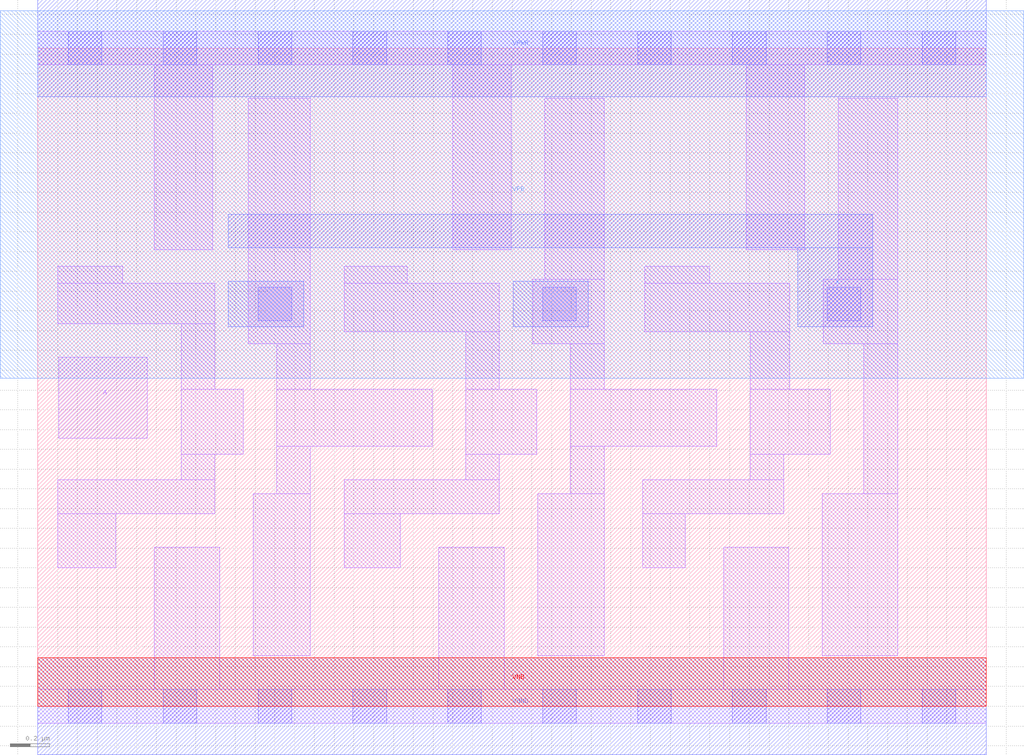
<source format=lef>
# Copyright 2020 The SkyWater PDK Authors
#
# Licensed under the Apache License, Version 2.0 (the "License");
# you may not use this file except in compliance with the License.
# You may obtain a copy of the License at
#
#     https://www.apache.org/licenses/LICENSE-2.0
#
# Unless required by applicable law or agreed to in writing, software
# distributed under the License is distributed on an "AS IS" BASIS,
# WITHOUT WARRANTIES OR CONDITIONS OF ANY KIND, either express or implied.
# See the License for the specific language governing permissions and
# limitations under the License.
#
# SPDX-License-Identifier: Apache-2.0

VERSION 5.7 ;
  NOWIREEXTENSIONATPIN ON ;
  DIVIDERCHAR "/" ;
  BUSBITCHARS "[]" ;
MACRO sky130_fd_sc_ls__dlymetal6s6s_1
  CLASS CORE ;
  FOREIGN sky130_fd_sc_ls__dlymetal6s6s_1 ;
  ORIGIN  0.000000  0.000000 ;
  SIZE  4.800000 BY  3.330000 ;
  SYMMETRY X Y ;
  SITE unit ;
  PIN A
    ANTENNAGATEAREA  0.126000 ;
    DIRECTION INPUT ;
    USE SIGNAL ;
    PORT
      LAYER li1 ;
        RECT 0.105000 1.355000 0.555000 1.765000 ;
    END
  END A
  PIN X
    ANTENNADIFFAREA  0.504100 ;
    DIRECTION OUTPUT ;
    USE SIGNAL ;
    PORT
      LAYER met1 ;
        RECT 0.965000 2.320000 4.225000 2.490000 ;
        RECT 3.845000 1.920000 4.225000 2.320000 ;
    END
  END X
  PIN VGND
    DIRECTION INOUT ;
    SHAPE ABUTMENT ;
    USE GROUND ;
    PORT
      LAYER met1 ;
        RECT 0.000000 -0.245000 4.800000 0.245000 ;
    END
  END VGND
  PIN VNB
    DIRECTION INOUT ;
    USE GROUND ;
    PORT
      LAYER pwell ;
        RECT 0.000000 0.000000 4.800000 0.245000 ;
    END
  END VNB
  PIN VPB
    DIRECTION INOUT ;
    USE POWER ;
    PORT
      LAYER nwell ;
        RECT -0.190000 1.660000 4.990000 3.520000 ;
    END
  END VPB
  PIN VPWR
    DIRECTION INOUT ;
    SHAPE ABUTMENT ;
    USE POWER ;
    PORT
      LAYER met1 ;
        RECT 0.000000 3.085000 4.800000 3.575000 ;
    END
  END VPWR
  OBS
    LAYER li1 ;
      RECT 0.000000 -0.085000 4.800000 0.085000 ;
      RECT 0.000000  3.245000 4.800000 3.415000 ;
      RECT 0.100000  0.700000 0.395000 0.975000 ;
      RECT 0.100000  0.975000 0.895000 1.145000 ;
      RECT 0.100000  1.935000 0.895000 2.140000 ;
      RECT 0.100000  2.140000 0.430000 2.225000 ;
      RECT 0.590000  0.085000 0.920000 0.805000 ;
      RECT 0.590000  2.310000 0.885000 3.245000 ;
      RECT 0.725000  1.145000 0.895000 1.275000 ;
      RECT 0.725000  1.275000 1.040000 1.605000 ;
      RECT 0.725000  1.605000 0.895000 1.935000 ;
      RECT 1.065000  1.835000 1.380000 3.075000 ;
      RECT 1.090000  0.255000 1.380000 1.075000 ;
      RECT 1.210000  1.075000 1.380000 1.315000 ;
      RECT 1.210000  1.315000 1.995000 1.605000 ;
      RECT 1.210000  1.605000 1.380000 1.835000 ;
      RECT 1.550000  0.700000 1.835000 0.975000 ;
      RECT 1.550000  0.975000 2.335000 1.145000 ;
      RECT 1.550000  1.895000 2.335000 2.140000 ;
      RECT 1.550000  2.140000 1.870000 2.225000 ;
      RECT 2.030000  0.085000 2.360000 0.805000 ;
      RECT 2.100000  2.310000 2.395000 3.245000 ;
      RECT 2.165000  1.145000 2.335000 1.275000 ;
      RECT 2.165000  1.275000 2.525000 1.605000 ;
      RECT 2.165000  1.605000 2.335000 1.895000 ;
      RECT 2.505000  1.835000 2.865000 2.160000 ;
      RECT 2.530000  0.255000 2.865000 1.075000 ;
      RECT 2.565000  2.160000 2.865000 3.075000 ;
      RECT 2.695000  1.075000 2.865000 1.315000 ;
      RECT 2.695000  1.315000 3.435000 1.605000 ;
      RECT 2.695000  1.605000 2.865000 1.835000 ;
      RECT 3.060000  0.700000 3.275000 0.975000 ;
      RECT 3.060000  0.975000 3.775000 1.145000 ;
      RECT 3.070000  1.895000 3.805000 2.140000 ;
      RECT 3.070000  2.140000 3.400000 2.225000 ;
      RECT 3.470000  0.085000 3.800000 0.805000 ;
      RECT 3.585000  2.310000 3.880000 3.245000 ;
      RECT 3.605000  1.145000 3.775000 1.275000 ;
      RECT 3.605000  1.275000 4.010000 1.605000 ;
      RECT 3.605000  1.605000 3.805000 1.895000 ;
      RECT 3.970000  0.255000 4.350000 1.075000 ;
      RECT 3.975000  1.835000 4.350000 2.160000 ;
      RECT 4.050000  2.160000 4.350000 3.075000 ;
      RECT 4.180000  1.075000 4.350000 1.835000 ;
    LAYER mcon ;
      RECT 0.155000 -0.085000 0.325000 0.085000 ;
      RECT 0.155000  3.245000 0.325000 3.415000 ;
      RECT 0.635000 -0.085000 0.805000 0.085000 ;
      RECT 0.635000  3.245000 0.805000 3.415000 ;
      RECT 1.115000 -0.085000 1.285000 0.085000 ;
      RECT 1.115000  1.950000 1.285000 2.120000 ;
      RECT 1.115000  3.245000 1.285000 3.415000 ;
      RECT 1.595000 -0.085000 1.765000 0.085000 ;
      RECT 1.595000  3.245000 1.765000 3.415000 ;
      RECT 2.075000 -0.085000 2.245000 0.085000 ;
      RECT 2.075000  3.245000 2.245000 3.415000 ;
      RECT 2.555000 -0.085000 2.725000 0.085000 ;
      RECT 2.555000  1.950000 2.725000 2.120000 ;
      RECT 2.555000  3.245000 2.725000 3.415000 ;
      RECT 3.035000 -0.085000 3.205000 0.085000 ;
      RECT 3.035000  3.245000 3.205000 3.415000 ;
      RECT 3.515000 -0.085000 3.685000 0.085000 ;
      RECT 3.515000  3.245000 3.685000 3.415000 ;
      RECT 3.995000 -0.085000 4.165000 0.085000 ;
      RECT 3.995000  1.950000 4.165000 2.120000 ;
      RECT 3.995000  3.245000 4.165000 3.415000 ;
      RECT 4.475000 -0.085000 4.645000 0.085000 ;
      RECT 4.475000  3.245000 4.645000 3.415000 ;
    LAYER met1 ;
      RECT 0.965000 1.920000 1.345000 2.150000 ;
      RECT 2.405000 1.920000 2.785000 2.150000 ;
  END
END sky130_fd_sc_ls__dlymetal6s6s_1
END LIBRARY

</source>
